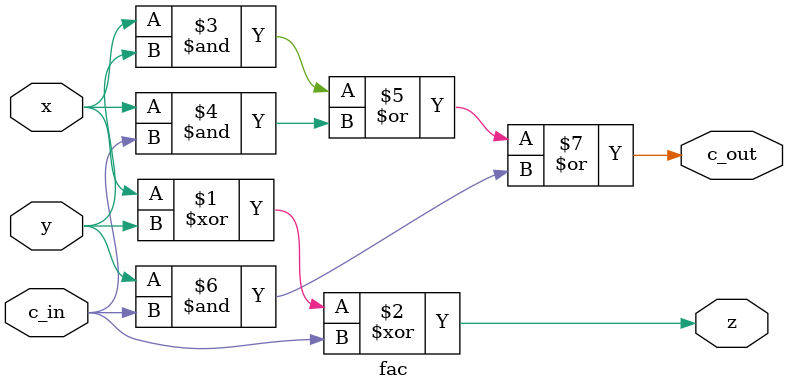
<source format=v>
module fac (
   input x,
   input y,
   input c_in,
   output z,
   output c_out
);
   assign z=(x^y)^c_in;
   assign c_out=(x&y)|(x&c_in)|(y&c_in);
endmodule

</source>
